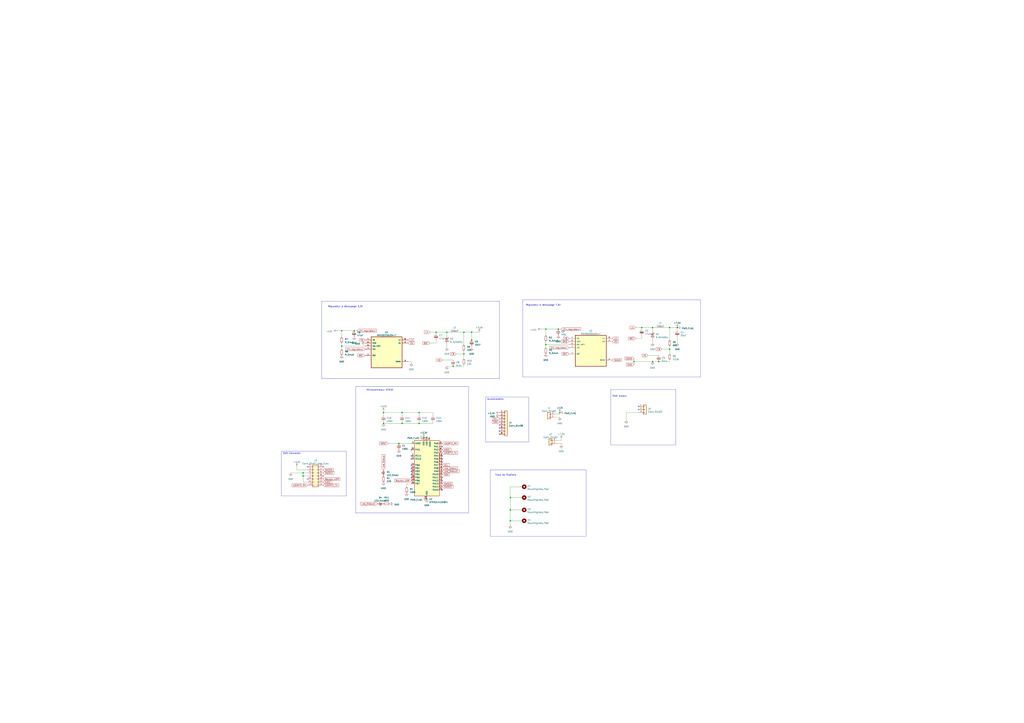
<source format=kicad_sch>
(kicad_sch (version 20230121) (generator eeschema)
  (paper "A1")
  (title_block (title "STM32 Dragster Board") (date "2023-04-11") (rev "V0") (company "ENSEA"))
  (lib_symbols
    (symbol "Connector_Generic:Conn_01x02" (pin_names (offset 1.016) hide)
      (property "Reference" "J" (at 0 2.54 0))
      (property "Value" "Conn_01x02" (at 0 -5.08 0))
      (symbol "Conn_01x02_1_1"
        (rectangle (start -1.27 -2.413) (end 0 -2.667) (stroke (width 0.1524)))
        (rectangle (start -1.27 0.127) (end 0 -0.127) (stroke (width 0.1524)))
        (rectangle (start -1.27 1.27) (end 1.27 -3.81) (stroke (width 0.254)) (fill (type background)))
        (pin passive line (at -5.08 0 0) (length 3.81) (name "Pin_1") (number "1"))
        (pin passive line (at -5.08 -2.54 0) (length 3.81) (name "Pin_2") (number "2"))
      )
    )
    (symbol "Connector_Generic:Conn_01x03" (pin_names (offset 1.016) hide)
      (property "Reference" "J" (at 0 5.08 0))
      (property "Value" "Conn_01x03" (at 0 -5.08 0))
      (symbol "Conn_01x03_1_1"
        (rectangle (start -1.27 -2.413) (end 0 -2.667) (stroke (width 0.1524)))
        (rectangle (start -1.27 0.127) (end 0 -0.127) (stroke (width 0.1524)))
        (rectangle (start -1.27 2.667) (end 0 2.413) (stroke (width 0.1524)))
        (rectangle (start -1.27 3.81) (end 1.27 -3.81) (stroke (width 0.254)) (fill (type background)))
        (pin passive line (at -5.08 2.54 0) (length 3.81) (name "Pin_1") (number "1"))
        (pin passive line (at -5.08 0 0) (length 3.81) (name "Pin_2") (number "2"))
        (pin passive line (at -5.08 -2.54 0) (length 3.81) (name "Pin_3") (number "3"))
      )
    )
    (symbol "Connector_Generic:Conn_01x08" (pin_names (offset 1.016) hide)
      (property "Reference" "J" (at 0 10.16 0))
      (property "Value" "Conn_01x08" (at 0 -12.7 0))
      (symbol "Conn_01x08_1_1"
        (rectangle (start -1.27 -10.033) (end 0 -10.287) (stroke (width 0.1524)))
        (rectangle (start -1.27 -7.493) (end 0 -7.747) (stroke (width 0.1524)))
        (rectangle (start -1.27 -4.953) (end 0 -5.207) (stroke (width 0.1524)))
        (rectangle (start -1.27 -2.413) (end 0 -2.667) (stroke (width 0.1524)))
        (rectangle (start -1.27 0.127) (end 0 -0.127) (stroke (width 0.1524)))
        (rectangle (start -1.27 2.667) (end 0 2.413) (stroke (width 0.1524)))
        (rectangle (start -1.27 5.207) (end 0 4.953) (stroke (width 0.1524)))
        (rectangle (start -1.27 7.747) (end 0 7.493) (stroke (width 0.1524)))
        (rectangle (start -1.27 8.89) (end 1.27 -11.43) (stroke (width 0.254)) (fill (type background)))
        (pin passive line (at -5.08 7.62 0) (length 3.81) (name "Pin_1") (number "1"))
        (pin passive line (at -5.08 5.08 0) (length 3.81) (name "Pin_2") (number "2"))
        (pin passive line (at -5.08 2.54 0) (length 3.81) (name "Pin_3") (number "3"))
        (pin passive line (at -5.08 0 0) (length 3.81) (name "Pin_4") (number "4"))
        (pin passive line (at -5.08 -2.54 0) (length 3.81) (name "Pin_5") (number "5"))
        (pin passive line (at -5.08 -5.08 0) (length 3.81) (name "Pin_6") (number "6"))
        (pin passive line (at -5.08 -7.62 0) (length 3.81) (name "Pin_7") (number "7"))
        (pin passive line (at -5.08 -10.16 0) (length 3.81) (name "Pin_8") (number "8"))
      )
    )
    (symbol "Connector_Generic:Conn_02x07_Odd_Even" (pin_names (offset 1.016) hide)
      (property "Reference" "J" (at 1.27 10.16 0))
      (property "Value" "Conn_02x07_Odd_Even" (at 1.27 -10.16 0))
      (symbol "Conn_02x07_Odd_Even_1_1"
        (rectangle (start -1.27 -7.493) (end 0 -7.747) (stroke (width 0.1524)))
        (rectangle (start -1.27 -4.953) (end 0 -5.207) (stroke (width 0.1524)))
        (rectangle (start -1.27 -2.413) (end 0 -2.667) (stroke (width 0.1524)))
        (rectangle (start -1.27 0.127) (end 0 -0.127) (stroke (width 0.1524)))
        (rectangle (start -1.27 2.667) (end 0 2.413) (stroke (width 0.1524)))
        (rectangle (start -1.27 5.207) (end 0 4.953) (stroke (width 0.1524)))
        (rectangle (start -1.27 7.747) (end 0 7.493) (stroke (width 0.1524)))
        (rectangle (start -1.27 8.89) (end 3.81 -8.89) (stroke (width 0.254)) (fill (type background)))
        (rectangle (start 3.81 -7.493) (end 2.54 -7.747) (stroke (width 0.1524)))
        (rectangle (start 3.81 -4.953) (end 2.54 -5.207) (stroke (width 0.1524)))
        (rectangle (start 3.81 -2.413) (end 2.54 -2.667) (stroke (width 0.1524)))
        (rectangle (start 3.81 0.127) (end 2.54 -0.127) (stroke (width 0.1524)))
        (rectangle (start 3.81 2.667) (end 2.54 2.413) (stroke (width 0.1524)))
        (rectangle (start 3.81 5.207) (end 2.54 4.953) (stroke (width 0.1524)))
        (rectangle (start 3.81 7.747) (end 2.54 7.493) (stroke (width 0.1524)))
        (pin passive line (at -5.08 7.62 0) (length 3.81) (name "Pin_1") (number "1"))
        (pin passive line (at 7.62 -2.54 180) (length 3.81) (name "Pin_10") (number "10"))
        (pin passive line (at -5.08 -5.08 0) (length 3.81) (name "Pin_11") (number "11"))
        (pin passive line (at 7.62 -5.08 180) (length 3.81) (name "Pin_12") (number "12"))
        (pin passive line (at -5.08 -7.62 0) (length 3.81) (name "Pin_13") (number "13"))
        (pin passive line (at 7.62 -7.62 180) (length 3.81) (name "Pin_14") (number "14"))
        (pin passive line (at 7.62 7.62 180) (length 3.81) (name "Pin_2") (number "2"))
        (pin passive line (at -5.08 5.08 0) (length 3.81) (name "Pin_3") (number "3"))
        (pin passive line (at 7.62 5.08 180) (length 3.81) (name "Pin_4") (number "4"))
        (pin passive line (at -5.08 2.54 0) (length 3.81) (name "Pin_5") (number "5"))
        (pin passive line (at 7.62 2.54 180) (length 3.81) (name "Pin_6") (number "6"))
        (pin passive line (at -5.08 0 0) (length 3.81) (name "Pin_7") (number "7"))
        (pin passive line (at 7.62 0 180) (length 3.81) (name "Pin_8") (number "8"))
        (pin passive line (at -5.08 -2.54 0) (length 3.81) (name "Pin_9") (number "9"))
      )
    )
    (symbol "Device:C_Polarized_Small" (pin_numbers hide) (pin_names (offset 0.254) hide)
      (property "Reference" "C" (at 0.254 1.778 0))
      (property "Value" "C_Polarized_Small" (at 0.254 -2.032 0))
      (symbol "C_Polarized_Small_0_1"
        (rectangle (start -1.524 -0.3048) (end 1.524 -0.6858) (fill (type outline)))
        (rectangle (start -1.524 0.6858) (end 1.524 0.3048))
        (polyline (pts (xy -1.27 1.524) (xy -0.762 1.524)))
        (polyline (pts (xy -1.016 1.27) (xy -1.016 1.778)))
      )
      (symbol "C_Polarized_Small_1_1"
        (pin passive line (at 0 2.54 270) (length 1.8542) (name "~") (number "1"))
        (pin passive line (at 0 -2.54 90) (length 1.8542) (name "~") (number "2"))
      )
    )
    (symbol "Device:C_Small" (pin_numbers hide) (pin_names (offset 0.254) hide)
      (property "Reference" "C" (at 0.254 1.778 0))
      (property "Value" "C_Small" (at 0.254 -2.032 0))
      (symbol "C_Small_0_1"
        (polyline (pts (xy -1.524 -0.508) (xy 1.524 -0.508)) (stroke (width 0.3302)))
        (polyline (pts (xy -1.524 0.508) (xy 1.524 0.508)) (stroke (width 0.3048)))
      )
      (symbol "C_Small_1_1"
        (pin passive line (at 0 2.54 270) (length 2.032) (name "~") (number "1"))
        (pin passive line (at 0 -2.54 90) (length 2.032) (name "~") (number "2"))
      )
    )
    (symbol "Device:D_Schottky" (pin_numbers hide) (pin_names (offset 1.016) hide)
      (property "Reference" "D" (at 0 2.54 0))
      (property "Value" "D_Schottky" (at 0 -2.54 0))
      (symbol "D_Schottky_0_1"
        (polyline (pts (xy 1.27 0) (xy -1.27 0)))
        (polyline (pts (xy 1.27 1.27) (xy 1.27 -1.27) (xy -1.27 0) (xy 1.27 1.27)) (stroke (width 0.254)))
        (polyline (pts (xy -1.905 0.635) (xy -1.905 1.27) (xy -1.27 1.27) (xy -1.27 -1.27) (xy -0.635 -1.27) (xy -0.635 -0.635)) (stroke (width 0.254)))
      )
      (symbol "D_Schottky_1_1"
        (pin passive line (at -3.81 0 0) (length 2.54) (name "K") (number "1"))
        (pin passive line (at 3.81 0 180) (length 2.54) (name "A") (number "2"))
      )
    )
    (symbol "Device:LED_Small" (pin_numbers hide) (pin_names (offset 0.254) hide)
      (property "Reference" "D" (at -1.27 3.175 0))
      (property "Value" "LED_Small" (at -4.445 -2.54 0))
      (symbol "LED_Small_0_1"
        (polyline (pts (xy -0.762 -1.016) (xy -0.762 1.016)) (stroke (width 0.254)))
        (polyline (pts (xy 1.016 0) (xy -0.762 0)))
        (polyline (pts (xy 0.762 -1.016) (xy -0.762 0) (xy 0.762 1.016) (xy 0.762 -1.016)) (stroke (width 0.254)))
        (polyline (pts (xy 0 0.762) (xy -0.508 1.27) (xy -0.254 1.27) (xy -0.508 1.27) (xy -0.508 1.016)))
        (polyline (pts (xy 0.508 1.27) (xy 0 1.778) (xy 0.254 1.778) (xy 0 1.778) (xy 0 1.524)))
      )
      (symbol "LED_Small_1_1"
        (pin passive line (at -2.54 0 0) (length 1.778) (name "K") (number "1"))
        (pin passive line (at 2.54 0 180) (length 1.778) (name "A") (number "2"))
      )
    )
    (symbol "Device:L_Small" (pin_numbers hide) (pin_names (offset 0.254) hide)
      (property "Reference" "L" (at 0.762 1.016 0))
      (property "Value" "L_Small" (at 0.762 -1.016 0))
      (symbol "L_Small_0_1"
        (arc (start 0 -2.032) (mid 0.5058 -1.524) (end 0 -1.016))
        (arc (start 0 -1.016) (mid 0.5058 -0.508) (end 0 0))
        (arc (start 0 0) (mid 0.5058 0.508) (end 0 1.016))
        (arc (start 0 1.016) (mid 0.5058 1.524) (end 0 2.032))
      )
      (symbol "L_Small_1_1"
        (pin passive line (at 0 2.54 270) (length 0.508) (name "~") (number "1"))
        (pin passive line (at 0 -2.54 90) (length 0.508) (name "~") (number "2"))
      )
    )
    (symbol "Device:R_Small" (pin_numbers hide) (pin_names (offset 0.254) hide)
      (property "Reference" "R" (at 0.762 0.508 0))
      (property "Value" "R_Small" (at 0.762 -1.016 0))
      (symbol "R_Small_0_1"
        (rectangle (start -0.762 1.778) (end 0.762 -1.778) (stroke (width 0.2032)))
      )
      (symbol "R_Small_1_1"
        (pin passive line (at 0 2.54 270) (length 0.762) (name "~") (number "1"))
        (pin passive line (at 0 -2.54 90) (length 0.762) (name "~") (number "2"))
      )
    )
    (symbol "MAX5033DUSA_T:MAX5033DUSA+T" (pin_names (offset 1.016))
      (property "Reference" "U" (at -12.7 13.7 0))
      (property "Value" "MAX5033DUSA+T" (at -12.7 -16.7 0))
      (symbol "MAX5033DUSA+T_0_0"
        (rectangle (start -12.7 -12.7) (end 12.7 12.7) (stroke (width 0.41)) (fill (type background)))
        (pin bidirectional line (at -17.78 -2.54 0) (length 5.08) (name "BST") (number "1"))
        (pin output line (at 17.78 7.62 180) (length 5.08) (name "VD") (number "2"))
        (pin power_in line (at 17.78 -7.62 180) (length 5.08) (name "SGND") (number "3"))
        (pin input line (at -17.78 10.16 0) (length 5.08) (name "FB") (number "4"))
        (pin input line (at -17.78 5.08 0) (length 5.08) (name "ON/~OFF") (number "5"))
        (pin input line (at -17.78 7.62 0) (length 5.08) (name "GND") (number "6"))
        (pin input line (at -17.78 2.54 0) (length 5.08) (name "VIN") (number "7"))
        (pin output line (at 17.78 10.16 180) (length 5.08) (name "LX") (number "8"))
      )
    )
    (symbol "MCU_ST_STM32L4:STM32L412KBTx"
      (property "Reference" "U" (at -10.16 24.13 0))
      (property "Value" "STM32L412KBTx" (at 5.08 24.13 0))
      (symbol "STM32L412KBTx_0_1"
        (rectangle (start -10.16 -22.86) (end 10.16 22.86) (stroke (width 0.254)) (fill (type background)))
      )
      (symbol "STM32L412KBTx_1_1"
        (pin power_in line (at -2.54 25.4 270) (length 2.54) (name "VDD") (number "1"))
        (pin bidirectional line (at 12.7 10.16 180) (length 2.54) (name "PA4") (number "10"))
        (pin bidirectional line (at 12.7 7.62 180) (length 2.54) (name "PA5") (number "11"))
        (pin bidirectional line (at 12.7 5.08 180) (length 2.54) (name "PA6") (number "12"))
        (pin bidirectional line (at 12.7 2.54 180) (length 2.54) (name "PA7") (number "13"))
        (pin bidirectional line (at -12.7 2.54 0) (length 2.54) (name "PB0") (number "14"))
        (pin bidirectional line (at -12.7 0 0) (length 2.54) (name "PB1") (number "15"))
        (pin power_in line (at 0 -25.4 90) (length 2.54) (name "VSS") (number "16"))
        (pin power_in line (at 0 25.4 270) (length 2.54) (name "VDD") (number "17"))
        (pin bidirectional line (at 12.7 0 180) (length 2.54) (name "PA8") (number "18"))
        (pin bidirectional line (at 12.7 -2.54 180) (length 2.54) (name "PA9") (number "19"))
        (pin bidirectional line (at -12.7 10.16 0) (length 2.54) (name "PC14") (number "2"))
        (pin bidirectional line (at 12.7 -5.08 180) (length 2.54) (name "PA10") (number "20"))
        (pin bidirectional line (at 12.7 -7.62 180) (length 2.54) (name "PA11") (number "21"))
        (pin bidirectional line (at 12.7 -10.16 180) (length 2.54) (name "PA12") (number "22"))
        (pin bidirectional line (at 12.7 -12.7 180) (length 2.54) (name "PA13") (number "23"))
        (pin bidirectional line (at 12.7 -15.24 180) (length 2.54) (name "PA14") (number "24"))
        (pin bidirectional line (at 12.7 -17.78 180) (length 2.54) (name "PA15") (number "25"))
        (pin bidirectional line (at -12.7 -2.54 0) (length 2.54) (name "PB3") (number "26"))
        (pin bidirectional line (at -12.7 -5.08 0) (length 2.54) (name "PB4") (number "27"))
        (pin bidirectional line (at -12.7 -7.62 0) (length 2.54) (name "PB5") (number "28"))
        (pin bidirectional line (at -12.7 -10.16 0) (length 2.54) (name "PB6") (number "29"))
        (pin bidirectional line (at -12.7 7.62 0) (length 2.54) (name "PC15") (number "3"))
        (pin bidirectional line (at -12.7 -12.7 0) (length 2.54) (name "PB7") (number "30"))
        (pin bidirectional line (at -12.7 15.24 0) (length 2.54) (name "PH3") (number "31"))
        (pin passive line (at 0 -25.4 90) (length 2.54) hide (name "VSS") (number "32"))
        (pin input line (at -12.7 20.32 0) (length 2.54) (name "NRST") (number "4"))
        (pin power_in line (at 2.54 25.4 270) (length 2.54) (name "VDDA") (number "5"))
        (pin bidirectional line (at 12.7 20.32 180) (length 2.54) (name "PA0") (number "6"))
        (pin bidirectional line (at 12.7 17.78 180) (length 2.54) (name "PA1") (number "7"))
        (pin bidirectional line (at 12.7 15.24 180) (length 2.54) (name "PA2") (number "8"))
        (pin bidirectional line (at 12.7 12.7 180) (length 2.54) (name "PA3") (number "9"))
      )
    )
    (symbol "Mechanical:MountingHole_Pad" (pin_numbers hide) (pin_names (offset 1.016) hide)
      (property "Reference" "H" (at 0 6.35 0))
      (property "Value" "MountingHole_Pad" (at 0 4.445 0))
      (symbol "MountingHole_Pad_0_1"
        (circle (center 0 1.27) (radius 1.27) (stroke (width 1.27)))
      )
      (symbol "MountingHole_Pad_1_1"
        (pin input line (at 0 -2.54 90) (length 2.54) (name "1") (number "1"))
      )
    )
    (symbol "power:+12V" (power) (pin_names (offset 0))
      (property "Value" "+12V" (at 0 3.556 0))
      (symbol "+12V_0_1"
        (polyline (pts (xy -0.762 1.27) (xy 0 2.54)))
        (polyline (pts (xy 0 0) (xy 0 2.54)))
        (polyline (pts (xy 0 2.54) (xy 0.762 1.27)))
      )
      (symbol "+12V_1_1"
        (pin power_in line (at 0 0 90) (length 0) hide (name "+12V") (number "1"))
      )
    )
    (symbol "power:+3.3V" (power) (pin_names (offset 0))
      (property "Value" "+3.3V" (at 0 3.556 0))
      (symbol "+3.3V_0_1"
        (polyline (pts (xy -0.762 1.27) (xy 0 2.54)))
        (polyline (pts (xy 0 0) (xy 0 2.54)))
        (polyline (pts (xy 0 2.54) (xy 0.762 1.27)))
      )
      (symbol "+3.3V_1_1"
        (pin power_in line (at 0 0 90) (length 0) hide (name "+3.3V") (number "1"))
      )
    )
    (symbol "power:+7.5V" (power) (pin_names (offset 0))
      (property "Value" "+7.5V" (at 0 3.556 0))
      (symbol "+7.5V_0_1"
        (polyline (pts (xy -0.762 1.27) (xy 0 2.54)))
        (polyline (pts (xy 0 0) (xy 0 2.54)))
        (polyline (pts (xy 0 2.54) (xy 0.762 1.27)))
      )
      (symbol "+7.5V_1_1"
        (pin power_in line (at 0 0 90) (length 0) hide (name "+7.5V") (number "1"))
      )
    )
    (symbol "power:GND" (power) (pin_names (offset 0))
      (property "Value" "GND" (at 0 -3.81 0))
      (symbol "GND_0_1"
        (polyline (pts (xy 0 0) (xy 0 -1.27) (xy 1.27 -1.27) (xy 0 -2.54) (xy -1.27 -1.27) (xy 0 -1.27)))
      )
      (symbol "GND_1_1"
        (pin power_in line (at 0 0 270) (length 0) hide (name "GND") (number "1"))
      )
    )
    (symbol "power:PWR_FLAG" (power) (pin_numbers hide) (pin_names (offset 0) hide)
      (property "Value" "PWR_FLAG" (at 0 3.81 0))
      (symbol "PWR_FLAG_0_0"
        (pin power_out line (at 0 0 90) (length 0) (name "pwr") (number "1"))
      )
      (symbol "PWR_FLAG_0_1"
        (polyline (pts (xy 0 0) (xy 0 1.27) (xy -1.016 1.905) (xy 0 2.54) (xy 1.016 1.905) (xy 0 1.27)))
      )
    )
  )
  (junction (at 458.47 270.51))
  (junction (at 549.91 269.24))
  (junction (at 556.26 269.24))
  (junction (at 280.67 284.48))
  (junction (at 419.1 427.99))
  (junction (at 327.66 364.49))
  (junction (at 549.91 287.02))
  (junction (at 387.35 279.4))
  (junction (at 350.52 359.41))
  (junction (at 381 273.05))
  (junction (at 314.96 347.98))
  (junction (at 419.1 408.94))
  (junction (at 419.1 419.1))
  (junction (at 381 290.83))
  (junction (at 344.17 347.98))
  (junction (at 520.7 297.18))
  (junction (at 344.17 339.09))
  (junction (at 535.94 269.24))
  (junction (at 248.92 388.62))
  (junction (at 314.96 339.09))
  (junction (at 387.35 273.05))
  (junction (at 290.83 271.78))
  (junction (at 358.14 273.05))
  (junction (at 248.92 391.16))
  (junction (at 541.02 297.18))
  (junction (at 280.67 271.78))
  (junction (at 330.2 347.98))
  (junction (at 448.31 283.21))
  (junction (at 330.2 339.09))
  (junction (at 372.11 300.99))
  (junction (at 347.98 359.41))
  (junction (at 448.31 270.51))
  (junction (at 350.52 410.21))
  (junction (at 459.74 339.09))
  (junction (at 367.03 273.05))
  (junction (at 527.05 269.24))
  (junction (at 535.94 297.18))
  (no_connect (at 410.21 351.79))
  (no_connect (at 265.43 383.54))
  (no_connect (at 410.21 354.33))
  (no_connect (at 252.73 393.7))
  (no_connect (at 363.22 367.03))
  (no_connect (at 524.51 336.55))
  (no_connect (at 337.82 387.35))
  (no_connect (at 524.51 334.01))
  (no_connect (at 363.22 374.65))
  (no_connect (at 363.22 392.43))
  (no_connect (at 252.73 383.54))
  (no_connect (at 337.82 389.89))
  (no_connect (at 337.82 377.19))
  (no_connect (at 337.82 369.57))
  (no_connect (at 337.82 392.43))
  (no_connect (at 363.22 402.59))
  (no_connect (at 363.22 377.19))
  (no_connect (at 337.82 384.81))
  (no_connect (at 337.82 374.65))
  (no_connect (at 337.82 382.27))
  (no_connect (at 410.21 356.87))
  (no_connect (at 363.22 394.97))
  (no_connect (at 410.21 349.25))
  (no_connect (at 363.22 379.73))
  (no_connect (at 265.43 391.16))
  (wire (pts (xy 381 288.29) (xy 381 290.83)))
  (wire (pts (xy 387.35 284.48) (xy 387.35 285.75)))
  (wire (pts (xy 252.73 396.24) (xy 248.92 396.24)))
  (wire (pts (xy 535.94 279.4) (xy 535.94 281.94)))
  (wire (pts (xy 387.35 279.4) (xy 387.35 280.67)))
  (wire (pts (xy 419.1 427.99) (xy 419.1 431.8)))
  (wire (pts (xy 521.97 278.13) (xy 527.05 278.13)))
  (wire (pts (xy 355.6 347.98) (xy 355.6 346.71)))
  (wire (pts (xy 330.2 346.71) (xy 330.2 347.98)))
  (wire (pts (xy 243.84 386.08) (xy 252.73 386.08)))
  (wire (pts (xy 334.01 400.05) (xy 334.01 397.51)))
  (wire (pts (xy 280.67 271.78) (xy 290.83 271.78)))
  (wire (pts (xy 556.26 276.86) (xy 556.26 281.94)))
  (wire (pts (xy 358.14 281.94) (xy 358.14 279.4)))
  (wire (pts (xy 381 300.99) (xy 381 299.72)))
  (wire (pts (xy 544.83 269.24) (xy 549.91 269.24)))
  (wire (pts (xy 381 273.05) (xy 387.35 273.05)))
  (wire (pts (xy 330.2 347.98) (xy 344.17 347.98)))
  (wire (pts (xy 455.93 340.36) (xy 459.74 340.36)))
  (wire (pts (xy 280.67 284.48) (xy 299.72 284.48)))
  (wire (pts (xy 344.17 347.98) (xy 355.6 347.98)))
  (wire (pts (xy 448.31 270.51) (xy 448.31 275.59)))
  (wire (pts (xy 543.56 287.02) (xy 549.91 287.02)))
  (wire (pts (xy 358.14 273.05) (xy 367.03 273.05)))
  (wire (pts (xy 387.35 273.05) (xy 393.7 273.05)))
  (wire (pts (xy 461.01 361.95) (xy 461.01 360.68)))
  (wire (pts (xy 556.26 269.24) (xy 556.26 271.78)))
  (wire (pts (xy 372.11 295.91) (xy 363.22 295.91)))
  (wire (pts (xy 280.67 271.78) (xy 280.67 276.86)))
  (wire (pts (xy 457.2 361.95) (xy 461.01 361.95)))
  (wire (pts (xy 549.91 269.24) (xy 549.91 279.4)))
  (wire (pts (xy 344.17 341.63) (xy 344.17 339.09)))
  (wire (pts (xy 248.92 391.16) (xy 248.92 388.62)))
  (wire (pts (xy 419.1 408.94) (xy 419.1 419.1)))
  (wire (pts (xy 520.7 297.18) (xy 520.7 294.64)))
  (wire (pts (xy 243.84 383.54) (xy 243.84 386.08)))
  (wire (pts (xy 314.96 346.71) (xy 314.96 347.98)))
  (wire (pts (xy 419.1 400.05) (xy 419.1 408.94)))
  (wire (pts (xy 280.67 284.48) (xy 280.67 281.94)))
  (wire (pts (xy 521.97 269.24) (xy 527.05 269.24)))
  (wire (pts (xy 381 290.83) (xy 381 294.64)))
  (wire (pts (xy 374.65 290.83) (xy 381 290.83)))
  (wire (pts (xy 334.01 397.51) (xy 337.82 397.51)))
  (wire (pts (xy 353.06 281.94) (xy 358.14 281.94)))
  (wire (pts (xy 459.74 340.36) (xy 459.74 339.09)))
  (wire (pts (xy 276.86 271.78) (xy 280.67 271.78)))
  (wire (pts (xy 527.05 269.24) (xy 527.05 270.51)))
  (wire (pts (xy 248.92 388.62) (xy 252.73 388.62)))
  (wire (pts (xy 280.67 284.48) (xy 280.67 287.02)))
  (wire (pts (xy 367.03 273.05) (xy 370.84 273.05)))
  (wire (pts (xy 367.03 273.05) (xy 367.03 275.59)))
  (wire (pts (xy 355.6 339.09) (xy 344.17 339.09)))
  (wire (pts (xy 535.94 297.18) (xy 520.7 297.18)))
  (wire (pts (xy 461.01 365.76) (xy 461.01 364.49)))
  (wire (pts (xy 358.14 273.05) (xy 358.14 274.32)))
  (wire (pts (xy 367.03 300.99) (xy 372.11 300.99)))
  (wire (pts (xy 330.2 341.63) (xy 330.2 339.09)))
  (wire (pts (xy 355.6 341.63) (xy 355.6 339.09)))
  (wire (pts (xy 535.94 269.24) (xy 539.75 269.24)))
  (wire (pts (xy 335.28 297.18) (xy 337.82 297.18)))
  (wire (pts (xy 549.91 284.48) (xy 549.91 287.02)))
  (wire (pts (xy 238.76 388.62) (xy 248.92 388.62)))
  (wire (pts (xy 444.5 270.51) (xy 448.31 270.51)))
  (wire (pts (xy 448.31 270.51) (xy 458.47 270.51)))
  (wire (pts (xy 461.01 364.49) (xy 457.2 364.49)))
  (wire (pts (xy 318.77 364.49) (xy 327.66 364.49)))
  (wire (pts (xy 455.93 342.9) (xy 459.74 342.9)))
  (wire (pts (xy 535.94 269.24) (xy 535.94 271.78)))
  (wire (pts (xy 535.94 297.18) (xy 541.02 297.18)))
  (wire (pts (xy 337.82 297.18) (xy 337.82 298.45)))
  (wire (pts (xy 387.35 273.05) (xy 387.35 279.4)))
  (wire (pts (xy 353.06 273.05) (xy 358.14 273.05)))
  (wire (pts (xy 367.03 283.21) (xy 367.03 285.75)))
  (wire (pts (xy 549.91 287.02) (xy 549.91 290.83)))
  (wire (pts (xy 290.83 271.78) (xy 293.37 271.78)))
  (wire (pts (xy 381 273.05) (xy 381 283.21)))
  (wire (pts (xy 541.02 297.18) (xy 549.91 297.18)))
  (wire (pts (xy 314.96 347.98) (xy 330.2 347.98)))
  (wire (pts (xy 549.91 297.18) (xy 549.91 295.91)))
  (wire (pts (xy 350.52 359.41) (xy 353.06 359.41)))
  (wire (pts (xy 344.17 339.09) (xy 330.2 339.09)))
  (wire (pts (xy 314.96 337.82) (xy 314.96 339.09)))
  (wire (pts (xy 344.17 346.71) (xy 344.17 347.98)))
  (wire (pts (xy 327.66 364.49) (xy 337.82 364.49)))
  (wire (pts (xy 330.2 339.09) (xy 314.96 339.09)))
  (wire (pts (xy 372.11 300.99) (xy 381 300.99)))
  (wire (pts (xy 448.31 283.21) (xy 448.31 280.67)))
  (wire (pts (xy 426.72 427.99) (xy 419.1 427.99)))
  (wire (pts (xy 458.47 270.51) (xy 461.01 270.51)))
  (wire (pts (xy 375.92 273.05) (xy 381 273.05)))
  (wire (pts (xy 252.73 391.16) (xy 248.92 391.16)))
  (wire (pts (xy 448.31 283.21) (xy 467.36 283.21)))
  (wire (pts (xy 527.05 278.13) (xy 527.05 275.59)))
  (wire (pts (xy 248.92 396.24) (xy 248.92 391.16)))
  (wire (pts (xy 426.72 400.05) (xy 419.1 400.05)))
  (wire (pts (xy 514.35 339.09) (xy 524.51 339.09)))
  (wire (pts (xy 520.7 297.18) (xy 520.7 299.72)))
  (wire (pts (xy 527.05 269.24) (xy 535.94 269.24)))
  (wire (pts (xy 426.72 419.1) (xy 419.1 419.1)))
  (wire (pts (xy 314.96 339.09) (xy 314.96 341.63)))
  (wire (pts (xy 541.02 292.1) (xy 532.13 292.1)))
  (wire (pts (xy 426.72 408.94) (xy 419.1 408.94)))
  (wire (pts (xy 419.1 419.1) (xy 419.1 427.99)))
  (wire (pts (xy 448.31 283.21) (xy 448.31 285.75)))
  (wire (pts (xy 514.35 345.44) (xy 514.35 339.09)))
  (wire (pts (xy 549.91 269.24) (xy 556.26 269.24)))
  (wire (pts (xy 347.98 359.41) (xy 350.52 359.41)))
  (rectangle (start 402.59 386.08) (end 481.33 440.69))
  (rectangle (start 501.65 320.04) (end 554.99 365.76))
  (rectangle (start 398.78 326.39) (end 434.34 363.22))
  (rectangle (start 292.1 317.5) (end 384.81 421.64))
  (rectangle (start 429.26 246.38) (end 575.31 309.88))
  (rectangle (start 231.14 370.84) (end 284.48 407.67))
  (rectangle (start 264.16 247.65) (end 410.21 311.15))
  (text "Régulateur à découpage 3.3V" (at 269.24 252.73 0) (effects (font (size 1.27 1.27)) (justify left bottom)))
  (text "PWM moteur" (at 502.92 326.39 0) (effects (font (size 1.27 1.27)) (justify left bottom)))
  (text "Régulateur à découpage 7.5V" (at 431.8 251.46 0) (effects (font (size 1.27 1.27)) (justify left bottom)))
  (text "Accéléromètre" (at 400.05 328.93 0) (effects (font (size 1.27 1.27)) (justify left bottom)))
  (text "Microcontroleur STM32" (at 300.99 321.31 0) (effects (font (size 1.27 1.27)) (justify left bottom)))
  (text "Trous de fixations" (at 406.4 391.16 0) (effects (font (size 1.27 1.27)) (justify left bottom)))
  (text "SWD Connector" (at 232.41 373.38 0) (effects (font (size 1.27 1.27)) (justify left bottom)))
  (global_label "Led_Status1" (shape input) (at 363.22 387.35 0) (property "Intersheetrefs" "${INTERSHEET_REFS}" (effects hide)))
  (global_label "Vin_regulateur" (shape input) (at 293.37 271.78 0) (property "Intersheetrefs" "${INTERSHEET_REFS}" (effects hide)))
  (global_label "SDA" (shape input) (at 410.21 346.71 180) (property "Intersheetrefs" "${INTERSHEET_REFS}" (effects hide)))
  (global_label "USART2_RX" (shape input) (at 252.73 398.78 180) (property "Intersheetrefs" "${INTERSHEET_REFS}" (effects hide)))
  (global_label "FB" (shape input) (at 374.65 290.83 180) (property "Intersheetrefs" "${INTERSHEET_REFS}" (effects hide)))
  (global_label "LX" (shape input) (at 521.97 269.24 180) (property "Intersheetrefs" "${INTERSHEET_REFS}" (effects hide)))
  (global_label "LX" (shape input) (at 502.92 278.13 0) (property "Intersheetrefs" "${INTERSHEET_REFS}" (effects hide)))
  (global_label "Bouton_USR" (shape input) (at 337.82 394.97 180) (property "Intersheetrefs" "${INTERSHEET_REFS}" (effects hide)))
  (global_label "GND" (shape input) (at 520.7 299.72 180) (property "Intersheetrefs" "${INTERSHEET_REFS}" (effects hide)))
  (global_label "Vin_regulateur" (shape input) (at 461.01 270.51 0) (property "Intersheetrefs" "${INTERSHEET_REFS}" (effects hide)))
  (global_label "VD" (shape input) (at 502.92 280.67 0) (property "Intersheetrefs" "${INTERSHEET_REFS}" (effects hide)))
  (global_label "USART2_TX" (shape input) (at 265.43 398.78 0) (property "Intersheetrefs" "${INTERSHEET_REFS}" (effects hide)))
  (global_label "SCL" (shape input) (at 363.22 382.27 0) (property "Intersheetrefs" "${INTERSHEET_REFS}" (effects hide)))
  (global_label "Vin_regulateur" (shape input) (at 299.72 287.02 180) (property "Intersheetrefs" "${INTERSHEET_REFS}" (effects hide)))
  (global_label "Led_Status" (shape input) (at 363.22 384.81 0) (property "Intersheetrefs" "${INTERSHEET_REFS}" (effects hide)))
  (global_label "Led_Status" (shape input) (at 314.96 386.08 90) (property "Intersheetrefs" "${INTERSHEET_REFS}" (effects hide)))
  (global_label "BST" (shape input) (at 521.97 278.13 180) (property "Intersheetrefs" "${INTERSHEET_REFS}" (effects hide)))
  (global_label "BST" (shape input) (at 353.06 281.94 180) (property "Intersheetrefs" "${INTERSHEET_REFS}" (effects hide)))
  (global_label "Bouton_USR" (shape input) (at 265.43 393.7 0) (property "Intersheetrefs" "${INTERSHEET_REFS}" (effects hide)))
  (global_label "VD" (shape input) (at 532.13 292.1 180) (property "Intersheetrefs" "${INTERSHEET_REFS}" (effects hide)))
  (global_label "SDA" (shape input) (at 363.22 389.89 0) (property "Intersheetrefs" "${INTERSHEET_REFS}" (effects hide)))
  (global_label "FB" (shape input) (at 299.72 279.4 180) (property "Intersheetrefs" "${INTERSHEET_REFS}" (effects hide)))
  (global_label "SGND" (shape input) (at 502.92 295.91 0) (property "Intersheetrefs" "${INTERSHEET_REFS}" (effects hide)))
  (global_label "VD" (shape input) (at 363.22 295.91 180) (property "Intersheetrefs" "${INTERSHEET_REFS}" (effects hide)))
  (global_label "LX" (shape input) (at 335.28 279.4 0) (property "Intersheetrefs" "${INTERSHEET_REFS}" (effects hide)))
  (global_label "VD" (shape input) (at 335.28 281.94 0) (property "Intersheetrefs" "${INTERSHEET_REFS}" (effects hide)))
  (global_label "FB" (shape input) (at 543.56 287.02 180) (property "Intersheetrefs" "${INTERSHEET_REFS}" (effects hide)))
  (global_label "LX" (shape input) (at 353.06 273.05 180) (property "Intersheetrefs" "${INTERSHEET_REFS}" (effects hide)))
  (global_label "BST" (shape input) (at 467.36 290.83 180) (property "Intersheetrefs" "${INTERSHEET_REFS}" (effects hide)))
  (global_label "BST" (shape input) (at 299.72 292.1 180) (property "Intersheetrefs" "${INTERSHEET_REFS}" (effects hide)))
  (global_label "Vin_regulateur" (shape input) (at 467.36 285.75 180) (property "Intersheetrefs" "${INTERSHEET_REFS}" (effects hide)))
  (global_label "Led_Status1" (shape input) (at 309.88 414.02 180) (property "Intersheetrefs" "${INTERSHEET_REFS}" (effects hide)))
  (global_label "NRST" (shape input) (at 318.77 364.49 180) (property "Intersheetrefs" "${INTERSHEET_REFS}" (effects hide)))
  (global_label "SWDIO" (shape input) (at 363.22 397.51 0) (property "Intersheetrefs" "${INTERSHEET_REFS}" (effects hide)))
  (global_label "SWDIO" (shape input) (at 265.43 386.08 0) (property "Intersheetrefs" "${INTERSHEET_REFS}" (effects hide)))
  (global_label "GND" (shape input) (at 467.36 280.67 180) (property "Intersheetrefs" "${INTERSHEET_REFS}" (effects hide)))
  (global_label "USART2_RX" (shape input) (at 363.22 364.49 0) (property "Intersheetrefs" "${INTERSHEET_REFS}" (effects hide)))
  (global_label "NRST" (shape input) (at 265.43 396.24 0) (property "Intersheetrefs" "${INTERSHEET_REFS}" (effects hide)))
  (global_label "NRST" (shape input) (at 363.22 369.57 0) (property "Intersheetrefs" "${INTERSHEET_REFS}" (effects hide)))
  (global_label "SGND" (shape input) (at 520.7 294.64 180) (property "Intersheetrefs" "${INTERSHEET_REFS}" (effects hide)))
  (global_label "SWDCK" (shape input) (at 265.43 388.62 0) (property "Intersheetrefs" "${INTERSHEET_REFS}" (effects hide)))
  (global_label "USART2_TX" (shape input) (at 363.22 372.11 0) (property "Intersheetrefs" "${INTERSHEET_REFS}" (effects hide)))
  (global_label "SWDCK" (shape input) (at 363.22 400.05 0) (property "Intersheetrefs" "${INTERSHEET_REFS}" (effects hide)))
  (global_label "FB" (shape input) (at 467.36 278.13 180) (property "Intersheetrefs" "${INTERSHEET_REFS}" (effects hide)))
  (global_label "SCL" (shape input) (at 410.21 344.17 180) (property "Intersheetrefs" "${INTERSHEET_REFS}" (effects hide)))
  (symbol (lib_id "Device:C_Small") (at 541.02 294.64 0) (unit 1)
    (property "Reference" "C5" (at 543.56 294.0113 0) (effects (justify left)))
    (property "Value" "0.1u" (at 543.56 296.5513 0) (effects (justify left)))
    (property "Footprint" "Capacitor_SMD:C_0603_1608Metric_Pad1.08x0.95mm_HandSolder" (effects hide))
  )
  (symbol (lib_id "Device:C_Small") (at 458.47 273.05 0) (unit 1)
    (property "Reference" "C2" (at 461.01 272.4213 0) (effects (justify left)))
    (property "Value" "47u" (at 461.01 274.9613 0) (effects (justify left)))
    (property "Footprint" "Capacitor_SMD:C_0603_1608Metric_Pad1.08x0.95mm_HandSolder" (effects hide))
  )
  (symbol (lib_id "MAX5033DUSA_T:MAX5033DUSA+T") (at 317.5 289.56 0) (unit 1)
    (property "Reference" "U4" (at 317.5 273.05 0))
    (property "Value" "MAX5033DUSA+T" (at 317.5 275.59 0))
    (property "Footprint" "SOIC127P600X175-8N" (effects hide))
  )
  (symbol (lib_id "Device:R_Small") (at 549.91 281.94 0) (unit 1)
    (property "Reference" "R5" (at 552.45 281.305 0) (effects (justify left)))
    (property "Value" "68k" (at 552.45 283.845 0) (effects (justify left)))
    (property "Footprint" "Resistor_SMD:R_0603_1608Metric_Pad0.98x0.95mm_HandSolder" (effects hide))
  )
  (symbol (lib_id "Device:R_Small") (at 280.67 279.4 0) (unit 1)
    (property "Reference" "R7" (at 283.21 278.765 0) (effects (justify left)))
    (property "Value" "R_Small" (at 283.21 281.305 0) (effects (justify left)))
    (property "Footprint" "Resistor_SMD:R_0603_1608Metric_Pad0.98x0.95mm_HandSolder" (effects hide))
  )
  (symbol (lib_id "power:+3.3V") (at 410.21 339.09 90) (unit 1)
    (property "Reference" "#PWR028" (effects hide))
    (property "Value" "+3.3V" (at 406.4 339.725 90) (effects (justify left)))
  )
  (symbol (lib_id "Device:R_Small") (at 448.31 288.29 0) (unit 1)
    (property "Reference" "R3" (at 450.85 287.655 0) (effects (justify left)))
    (property "Value" "R_Small" (at 450.85 290.195 0) (effects (justify left)))
    (property "Footprint" "Resistor_SMD:R_0603_1608Metric_Pad0.98x0.95mm_HandSolder" (effects hide))
  )
  (symbol (lib_id "power:GND") (at 535.94 281.94 0) (unit 1)
    (property "Reference" "#PWR06" (effects hide))
    (property "Value" "GND" (at 535.94 287.02 0))
  )
  (symbol (lib_id "power:GND") (at 238.76 388.62 0) (unit 1)
    (property "Reference" "#PWR031" (effects hide))
    (property "Value" "GND" (at 238.76 393.7 0))
  )
  (symbol (lib_id "power:GND") (at 410.21 341.63 270) (unit 1)
    (property "Reference" "#PWR029" (effects hide))
    (property "Value" "GND" (at 406.4 342.265 90) (effects (justify right)))
  )
  (symbol (lib_id "power:GND") (at 514.35 345.44 0) (unit 1)
    (property "Reference" "#PWR033" (effects hide))
    (property "Value" "GND" (at 514.35 350.52 0))
  )
  (symbol (lib_id "Device:D_Schottky") (at 367.03 279.4 270) (unit 1)
    (property "Reference" "D3" (at 369.57 278.4475 90) (effects (justify left)))
    (property "Value" "D_Schottky" (at 369.57 280.9875 90) (effects (justify left)))
  )
  (symbol (lib_id "Device:C_Small") (at 330.2 344.17 0) (unit 1)
    (property "Reference" "C11" (at 332.74 343.5413 0) (effects (justify left)))
    (property "Value" "100n" (at 332.74 346.0813 0) (effects (justify left)))
    (property "Footprint" "Capacitor_SMD:C_0603_1608Metric_Pad1.08x0.95mm_HandSolder" (effects hide))
  )
  (symbol (lib_id "Device:R_Small") (at 549.91 293.37 0) (unit 1)
    (property "Reference" "R6" (at 552.45 292.735 0) (effects (justify left)))
    (property "Value" "13.5k" (at 552.45 295.275 0) (effects (justify left)))
    (property "Footprint" "Resistor_SMD:R_0603_1608Metric_Pad0.98x0.95mm_HandSolder" (effects hide))
  )
  (symbol (lib_id "power:GND") (at 535.94 297.18 0) (unit 1)
    (property "Reference" "#PWR08" (effects hide))
    (property "Value" "GND" (at 535.94 302.26 0))
  )
  (symbol (lib_id "power:+3.3V") (at 314.96 337.82 0) (unit 1)
    (property "Reference" "#PWR016" (effects hide))
    (property "Value" "+3.3V" (at 314.96 334.01 0))
  )
  (symbol (lib_id "power:+3.3V") (at 393.7 273.05 0) (unit 1)
    (property "Reference" "#PWR022" (effects hide))
    (property "Value" "+3.3V" (at 393.7 269.24 0))
  )
  (symbol (lib_id "MAX5033DUSA_T:MAX5033DUSA+T") (at 485.14 288.29 0) (unit 1)
    (property "Reference" "U2" (at 485.14 271.78 0))
    (property "Value" "MAX5033DUSA+T" (at 485.14 274.32 0))
    (property "Footprint" "SOIC127P600X175-8N" (effects hide))
  )
  (symbol (lib_id "power:PWR_FLAG") (at 350.52 410.21 90) (unit 1)
    (property "Reference" "#FLG01" (effects hide))
    (property "Value" "PWR_FLAG" (at 346.71 410.845 90) (effects (justify left)))
  )
  (symbol (lib_id "Mechanical:MountingHole_Pad") (at 429.26 419.1 270) (unit 1)
    (property "Reference" "H3" (at 433.07 418.465 90) (effects (justify left)))
    (property "Value" "MountingHole_Pad" (at 433.07 421.005 90) (effects (justify left)))
    (property "Footprint" "MountingHole:MountingHole_3.2mm_M3_DIN965_Pad" (effects hide))
  )
  (symbol (lib_id "Device:C_Small") (at 344.17 344.17 0) (unit 1)
    (property "Reference" "C12" (at 346.71 343.5413 0) (effects (justify left)))
    (property "Value" "100n" (at 346.71 346.0813 0) (effects (justify left)))
    (property "Footprint" "Capacitor_SMD:C_0603_1608Metric_Pad1.08x0.95mm_HandSolder" (effects hide))
  )
  (symbol (lib_id "Device:L_Small") (at 373.38 273.05 90) (unit 1)
    (property "Reference" "L2" (at 373.38 269.24 90))
    (property "Value" "220uH" (at 373.38 271.78 90))
    (property "Footprint" "Inductor_SMD:L_0805_2012Metric_Pad1.05x1.20mm_HandSolder" (effects hide))
  )
  (symbol (lib_id "MCU_ST_STM32L4:STM32L412KBTx") (at 350.52 384.81 0) (unit 1)
    (property "Reference" "U1" (at 352.4759 410.21 0) (effects (justify left)))
    (property "Value" "STM32L412KBTx" (at 352.4759 412.75 0) (effects (justify left)))
    (property "Footprint" "Package_QFP:LQFP-32_7x7mm_P0.8mm" (effects hide))
    (property "Datasheet" "https://www.st.com/resource/en/datasheet/stm32l412kb.pdf" (effects hide))
  )
  (symbol (lib_id "power:GND") (at 458.47 275.59 0) (unit 1)
    (property "Reference" "#PWR04" (effects hide))
    (property "Value" "GND" (at 458.47 280.67 0))
  )
  (symbol (lib_id "Mechanical:MountingHole_Pad") (at 429.26 427.99 270) (unit 1)
    (property "Reference" "H4" (at 433.07 427.355 90) (effects (justify left)))
    (property "Value" "MountingHole_Pad" (at 433.07 429.895 90) (effects (justify left)))
    (property "Footprint" "MountingHole:MountingHole_3.2mm_M3_DIN965_Pad" (effects hide))
  )
  (symbol (lib_id "power:GND") (at 350.52 410.21 0) (unit 1)
    (property "Reference" "#PWR018" (effects hide))
    (property "Value" "GND" (at 350.52 415.29 0))
  )
  (symbol (lib_id "power:+3.3V") (at 243.84 383.54 0) (unit 1)
    (property "Reference" "#PWR030" (effects hide))
    (property "Value" "+3.3V" (at 243.84 379.73 0))
  )
  (symbol (lib_id "power:+12V") (at 444.5 270.51 90) (unit 1)
    (property "Reference" "#PWR03" (effects hide))
    (property "Value" "+12V" (at 440.69 271.145 90) (effects (justify left)))
  )
  (symbol (lib_id "power:GND") (at 461.01 365.76 0) (unit 1)
    (property "Reference" "#PWR024" (effects hide))
    (property "Value" "GND" (at 461.01 370.84 0))
  )
  (symbol (lib_id "power:GND") (at 556.26 281.94 0) (unit 1)
    (property "Reference" "#PWR07" (effects hide))
    (property "Value" "GND" (at 556.26 287.02 0))
  )
  (symbol (lib_id "power:GND") (at 387.35 285.75 0) (unit 1)
    (property "Reference" "#PWR014" (effects hide))
    (property "Value" "GND" (at 387.35 290.83 0))
  )
  (symbol (lib_id "Device:C_Polarized_Small") (at 387.35 281.94 0) (unit 1)
    (property "Reference" "C9" (at 389.89 280.7589 0) (effects (justify left)))
    (property "Value" "33uF" (at 389.89 283.2989 0) (effects (justify left)))
    (property "Footprint" "Capacitor_SMD:C_0603_1608Metric_Pad1.08x0.95mm_HandSolder" (effects hide))
  )
  (symbol (lib_id "Device:C_Small") (at 372.11 298.45 0) (unit 1)
    (property "Reference" "C8" (at 374.65 297.8213 0) (effects (justify left)))
    (property "Value" "0.1u" (at 374.65 300.3613 0) (effects (justify left)))
    (property "Footprint" "Capacitor_SMD:C_0603_1608Metric_Pad1.08x0.95mm_HandSolder" (effects hide))
  )
  (symbol (lib_id "Device:C_Polarized_Small") (at 358.14 276.86 0) (unit 1)
    (property "Reference" "C7" (at 360.68 275.6789 0) (effects (justify left)))
    (property "Value" "47uF" (at 360.68 278.2189 0) (effects (justify left)))
    (property "Footprint" "Capacitor_SMD:C_0603_1608Metric_Pad1.08x0.95mm_HandSolder" (effects hide))
  )
  (symbol (lib_id "power:GND") (at 419.1 431.8 0) (unit 1)
    (property "Reference" "#PWR021" (effects hide))
    (property "Value" "GND" (at 419.1 436.88 0))
  )
  (symbol (lib_id "power:GND") (at 290.83 276.86 0) (unit 1)
    (property "Reference" "#PWR011" (effects hide))
    (property "Value" "GND" (at 290.83 281.94 0))
  )
  (symbol (lib_id "Device:R_Small") (at 317.5 414.02 270) (unit 1)
    (property "Reference" "R11" (at 317.5 408.94 90))
    (property "Value" "220" (at 317.5 411.48 90))
    (property "Footprint" "Resistor_SMD:R_0603_1608Metric_Pad0.98x0.95mm_HandSolder" (effects hide))
  )
  (symbol (lib_id "power:PWR_FLAG") (at 459.74 339.09 270) (unit 1)
    (property "Reference" "#FLG03" (effects hide))
    (property "Value" "PWR_FLAG" (at 463.55 339.725 90) (effects (justify left)))
  )
  (symbol (lib_id "Device:C_Polarized_Small") (at 290.83 274.32 0) (unit 1)
    (property "Reference" "C6" (at 293.37 273.1389 0) (effects (justify left)))
    (property "Value" "47uF" (at 293.37 275.6789 0) (effects (justify left)))
    (property "Footprint" "Capacitor_SMD:C_0603_1608Metric_Pad1.08x0.95mm_HandSolder" (effects hide))
  )
  (symbol (lib_id "Device:R_Small") (at 381 285.75 0) (unit 1)
    (property "Reference" "R9" (at 383.54 285.115 0) (effects (justify left)))
    (property "Value" "22k" (at 383.54 287.655 0) (effects (justify left)))
    (property "Footprint" "Resistor_SMD:R_0603_1608Metric_Pad0.98x0.95mm_HandSolder" (effects hide))
  )
  (symbol (lib_id "power:GND") (at 314.96 396.24 0) (unit 1)
    (property "Reference" "#PWR01" (effects hide))
    (property "Value" "GND" (at 314.96 401.32 0))
  )
  (symbol (lib_id "Mechanical:MountingHole_Pad") (at 429.26 408.94 270) (unit 1)
    (property "Reference" "H2" (at 433.07 408.305 90) (effects (justify left)))
    (property "Value" "MountingHole_Pad" (at 433.07 410.845 90) (effects (justify left)))
    (property "Footprint" "MountingHole:MountingHole_3.2mm_M3_DIN965_Pad" (effects hide))
  )
  (symbol (lib_id "power:GND") (at 459.74 342.9 0) (unit 1)
    (property "Reference" "#PWR025" (effects hide))
    (property "Value" "GND" (at 459.74 347.98 0))
  )
  (symbol (lib_id "power:GND") (at 334.01 405.13 0) (unit 1)
    (property "Reference" "#PWR032" (effects hide))
    (property "Value" "GND" (at 334.01 410.21 0))
  )
  (symbol (lib_id "power:GND") (at 320.04 414.02 90) (unit 1)
    (property "Reference" "#PWR034" (effects hide))
    (property "Value" "GND" (at 323.85 414.655 90) (effects (justify right)))
  )
  (symbol (lib_id "Device:R_Small") (at 448.31 278.13 0) (unit 1)
    (property "Reference" "R2" (at 450.85 277.495 0) (effects (justify left)))
    (property "Value" "R_Small" (at 450.85 280.035 0) (effects (justify left)))
    (property "Footprint" "Resistor_SMD:R_0603_1608Metric_Pad0.98x0.95mm_HandSolder" (effects hide))
  )
  (symbol (lib_id "Device:C_Small") (at 355.6 344.17 0) (unit 1)
    (property "Reference" "C13" (at 358.14 343.5413 0) (effects (justify left)))
    (property "Value" "100n" (at 358.14 346.0813 0) (effects (justify left)))
    (property "Footprint" "Capacitor_SMD:C_0603_1608Metric_Pad1.08x0.95mm_HandSolder" (effects hide))
  )
  (symbol (lib_id "Connector_Generic:Conn_02x07_Odd_Even") (at 257.81 391.16 0) (unit 1)
    (property "Reference" "J3" (at 259.08 378.46 0))
    (property "Value" "Conn_02x07_Odd_Even" (at 259.08 381 0))
    (property "Footprint" "Connector_PinHeader_1.27mm:PinHeader_2x07_P1.27mm_Vertical_SMD" (effects hide))
  )
  (symbol (lib_id "Device:R_Small") (at 314.96 393.7 0) (unit 1)
    (property "Reference" "R1" (at 317.5 393.065 0) (effects (justify left)))
    (property "Value" "220" (at 317.5 395.605 0) (effects (justify left)))
    (property "Footprint" "Resistor_SMD:R_0603_1608Metric_Pad0.98x0.95mm_HandSolder" (effects hide))
  )
  (symbol (lib_id "Connector_Generic:Conn_01x02") (at 450.85 342.9 180) (unit 1)
    (property "Reference" "J1" (at 450.85 335.28 0))
    (property "Value" "Conn_01x02" (at 450.85 337.82 0))
    (property "Footprint" "Connector_JST:JST_XH_B2B-XH-A_1x02_P2.50mm_Vertical" (effects hide))
  )
  (symbol (lib_id "Device:L_Small") (at 542.29 269.24 90) (unit 1)
    (property "Reference" "L1" (at 542.29 265.43 90))
    (property "Value" "220uH" (at 542.29 267.97 90))
    (property "Footprint" "Inductor_SMD:L_0805_2012Metric_Pad1.05x1.20mm_HandSolder" (effects hide))
  )
  (symbol (lib_id "Device:C_Polarized_Small") (at 527.05 273.05 0) (unit 1)
    (property "Reference" "C3" (at 529.59 271.8689 0) (effects (justify left)))
    (property "Value" "47uF" (at 529.59 274.4089 0) (effects (justify left)))
    (property "Footprint" "Capacitor_SMD:C_0603_1608Metric_Pad1.08x0.95mm_HandSolder" (effects hide))
  )
  (symbol (lib_id "Device:R_Small") (at 334.01 402.59 0) (unit 1)
    (property "Reference" "R4" (at 336.55 401.955 0) (effects (justify left)))
    (property "Value" "100k" (at 336.55 404.495 0) (effects (justify left)))
    (property "Footprint" "Resistor_SMD:R_0603_1608Metric_Pad0.98x0.95mm_HandSolder" (effects hide))
  )
  (symbol (lib_id "power:+7.5V") (at 461.01 360.68 0) (unit 1)
    (property "Reference" "#PWR027" (effects hide))
    (property "Value" "+7.5V" (at 461.01 356.87 0))
  )
  (symbol (lib_id "Device:C_Small") (at 314.96 344.17 0) (unit 1)
    (property "Reference" "C10" (at 317.5 343.5413 0) (effects (justify left)))
    (property "Value" "100n" (at 317.5 346.0813 0) (effects (justify left)))
    (property "Footprint" "Capacitor_SMD:C_0603_1608Metric_Pad1.08x0.95mm_HandSolder" (effects hide))
  )
  (symbol (lib_id "power:GND") (at 337.82 298.45 0) (unit 1)
    (property "Reference" "#PWR019" (effects hide))
    (property "Value" "GND" (at 337.82 303.53 0))
  )
  (symbol (lib_id "Connector_Generic:Conn_01x03") (at 529.59 336.55 0) (unit 1)
    (property "Reference" "J5" (at 532.13 335.915 0) (effects (justify left)))
    (property "Value" "Conn_01x03" (at 532.13 338.455 0) (effects (justify left)))
  )
  (symbol (lib_id "power:GND") (at 314.96 347.98 0) (unit 1)
    (property "Reference" "#PWR017" (effects hide))
    (property "Value" "GND" (at 314.96 353.06 0))
  )
  (symbol (lib_id "Device:LED_Small") (at 314.96 388.62 90) (unit 1)
    (property "Reference" "D1" (at 317.5 387.9215 90) (effects (justify right)))
    (property "Value" "LED_Small" (at 317.5 390.4615 90) (effects (justify right)))
  )
  (symbol (lib_id "power:PWR_FLAG") (at 556.26 269.24 270) (unit 1)
    (property "Reference" "#FLG04" (effects hide))
    (property "Value" "PWR_FLAG" (at 560.07 269.875 90) (effects (justify left)))
  )
  (symbol (lib_id "power:GND") (at 299.72 281.94 270) (unit 1)
    (property "Reference" "#PWR020" (effects hide))
    (property "Value" "GND" (at 295.91 282.575 90) (effects (justify right)))
  )
  (symbol (lib_id "power:GND") (at 367.03 300.99 0) (unit 1)
    (property "Reference" "#PWR013" (effects hide))
    (property "Value" "GND" (at 367.03 306.07 0))
  )
  (symbol (lib_id "Connector_Generic:Conn_01x08") (at 415.29 346.71 0) (unit 1)
    (property "Reference" "J4" (at 417.83 347.345 0) (effects (justify left)))
    (property "Value" "Conn_01x08" (at 417.83 349.885 0) (effects (justify left)))
  )
  (symbol (lib_id "power:GND") (at 327.66 369.57 0) (unit 1)
    (property "Reference" "#PWR05" (effects hide))
    (property "Value" "GND" (at 327.66 374.65 0))
  )
  (symbol (lib_id "Device:R_Small") (at 381 297.18 0) (unit 1)
    (property "Reference" "R10" (at 383.54 296.545 0) (effects (justify left)))
    (property "Value" "13k" (at 383.54 299.085 0) (effects (justify left)))
    (property "Footprint" "Resistor_SMD:R_0603_1608Metric_Pad0.98x0.95mm_HandSolder" (effects hide))
  )
  (symbol (lib_id "Device:D_Schottky") (at 535.94 275.59 270) (unit 1)
    (property "Reference" "D2" (at 538.48 274.6375 90) (effects (justify left)))
    (property "Value" "D_Schottky" (at 538.48 277.1775 90) (effects (justify left)))
  )
  (symbol (lib_id "power:GND") (at 280.67 292.1 0) (unit 1)
    (property "Reference" "#PWR010" (effects hide))
    (property "Value" "GND" (at 280.67 297.18 0))
  )
  (symbol (lib_id "power:+12V") (at 459.74 339.09 0) (unit 1)
    (property "Reference" "#PWR026" (effects hide))
    (property "Value" "+12V" (at 459.74 335.28 0))
  )
  (symbol (lib_id "Mechanical:MountingHole_Pad") (at 429.26 400.05 270) (unit 1)
    (property "Reference" "H1" (at 433.07 399.415 90) (effects (justify left)))
    (property "Value" "MountingHole_Pad" (at 433.07 401.955 90) (effects (justify left)))
    (property "Footprint" "MountingHole:MountingHole_3.2mm_M3_DIN965_Pad" (effects hide))
  )
  (symbol (lib_id "Device:C_Polarized_Small") (at 556.26 274.32 0) (unit 1)
    (property "Reference" "C4" (at 558.8 273.1389 0) (effects (justify left)))
    (property "Value" "33uF" (at 558.8 275.6789 0) (effects (justify left)))
    (property "Footprint" "Capacitor_SMD:C_0603_1608Metric_Pad1.08x0.95mm_HandSolder" (effects hide))
  )
  (symbol (lib_id "power:GND") (at 448.31 290.83 0) (unit 1)
    (property "Reference" "#PWR02" (effects hide))
    (property "Value" "GND" (at 448.31 295.91 0))
  )
  (symbol (lib_id "power:GND") (at 367.03 285.75 0) (unit 1)
    (property "Reference" "#PWR012" (effects hide))
    (property "Value" "GND" (at 367.03 290.83 0))
  )
  (symbol (lib_id "power:PWR_FLAG") (at 347.98 359.41 90) (unit 1)
    (property "Reference" "#FLG02" (effects hide))
    (property "Value" "PWR_FLAG" (at 344.17 360.045 90) (effects (justify left)))
  )
  (symbol (lib_id "power:+7.5V") (at 556.26 269.24 0) (unit 1)
    (property "Reference" "#PWR023" (effects hide))
    (property "Value" "+7.5V" (at 556.26 265.43 0))
  )
  (symbol (lib_id "Device:C_Small") (at 327.66 367.03 0) (unit 1)
    (property "Reference" "C1" (at 330.2 366.4013 0) (effects (justify left)))
    (property "Value" "100n" (at 330.2 368.9413 0) (effects (justify left)))
    (property "Footprint" "Capacitor_SMD:C_0603_1608Metric_Pad1.08x0.95mm_HandSolder" (effects hide))
  )
  (symbol (lib_id "power:+3.3V") (at 347.98 359.41 0) (unit 1)
    (property "Reference" "#PWR015" (effects hide))
    (property "Value" "+3.3V" (at 347.98 355.6 0))
  )
  (symbol (lib_id "Device:LED_Small") (at 312.42 414.02 180) (unit 1)
    (property "Reference" "D4" (at 312.3565 408.94 0))
    (property "Value" "LED_Small" (at 312.3565 411.48 0))
  )
  (symbol (lib_id "power:+12V") (at 276.86 271.78 90) (unit 1)
    (property "Reference" "#PWR09" (effects hide))
    (property "Value" "+12V" (at 273.05 272.415 90) (effects (justify left)))
  )
  (symbol (lib_id "Device:R_Small") (at 280.67 289.56 0) (unit 1)
    (property "Reference" "R8" (at 283.21 288.925 0) (effects (justify left)))
    (property "Value" "R_Small" (at 283.21 291.465 0) (effects (justify left)))
    (property "Footprint" "Resistor_SMD:R_0603_1608Metric_Pad0.98x0.95mm_HandSolder" (effects hide))
  )
  (symbol (lib_id "Connector_Generic:Conn_01x02") (at 452.12 364.49 180) (unit 1)
    (property "Reference" "J2" (at 452.12 356.87 0))
    (property "Value" "Conn_01x02" (at 452.12 359.41 0))
    (property "Footprint" "Connector_JST:JST_XH_B2B-XH-A_1x02_P2.50mm_Vertical" (effects hide))
  )
)
</source>
